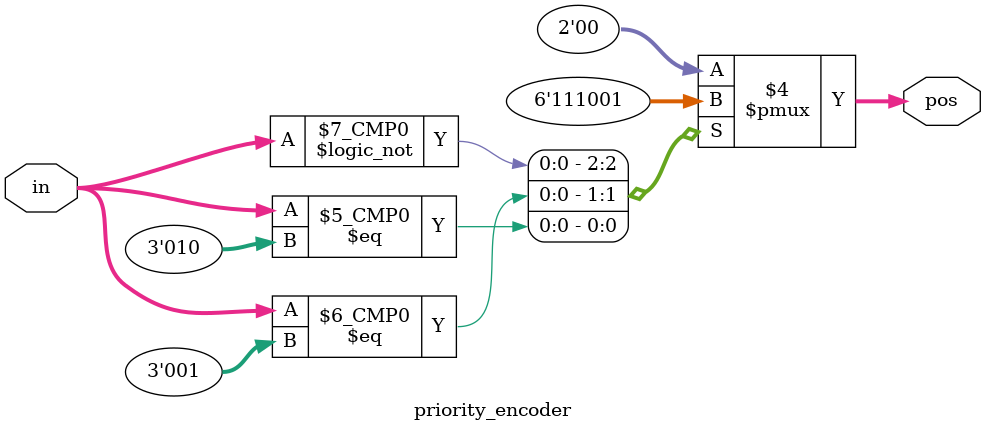
<source format=v>
module priority_encoder( 
input [2:0] in,
output reg [1:0] pos ); 
// When sel=1, assign b to out
always @(*) begin
case (in)
3'b000: pos=2'b11;
3'b001: pos=2'b10;
3'b010: pos=2'b01;
3'b011: pos=2'b00;
default: pos=2'b00;
endcase
end
endmodule

</source>
